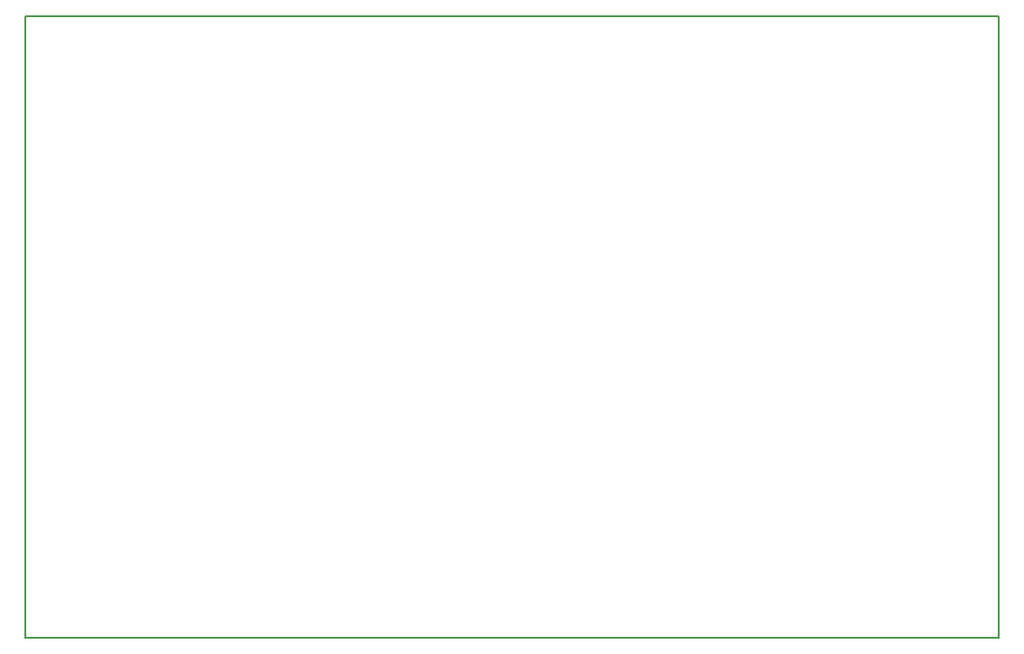
<source format=gbp>
G04 Layer_Color=128*
%FSLAX43Y43*%
%MOMM*%
G71*
G01*
G75*
%ADD16C,0.127*%
D16*
X0Y-0D02*
Y58351D01*
X91322D01*
Y-0D02*
Y58351D01*
X0Y-0D02*
X91322D01*
M02*

</source>
